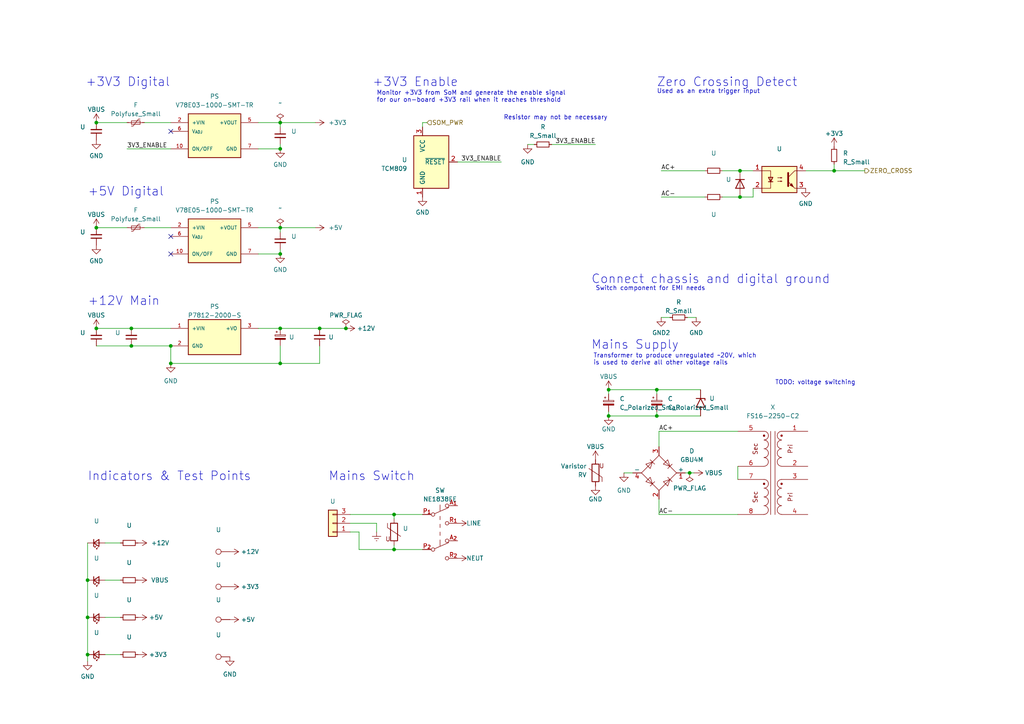
<source format=kicad_sch>
(kicad_sch (version 20220404) (generator eeschema)
  (paper "A4")
  (title_block (title "Power") (date "2022-04-25") (rev "3"))
  (lib_symbols
    (symbol "Connector:TestPoint" (pin_numbers hide) (pin_names (offset 0.762) hide)
      (property "Reference" "TP" (at 0 6.858 0))
      (property "Value" "TestPoint" (at 0 5.08 0))
      (symbol "TestPoint_0_1"
        (circle (center 0 3.302) (radius 0.762))
      )
      (symbol "TestPoint_1_1"
        (pin passive line (at 0 0 90) (length 2.54) (name "1") (number "1"))
      )
    )
    (symbol "Connector_Generic:Conn_01x03" (pin_names (offset 1.016) hide)
      (property "Reference" "J" (at 0 5.08 0))
      (property "Value" "Conn_01x03" (at 0 -5.08 0))
      (symbol "Conn_01x03_1_1"
        (rectangle (start -1.27 -2.413) (end 0 -2.667) (stroke (width 0.1524)))
        (rectangle (start -1.27 0.127) (end 0 -0.127) (stroke (width 0.1524)))
        (rectangle (start -1.27 2.667) (end 0 2.413) (stroke (width 0.1524)))
        (rectangle (start -1.27 3.81) (end 1.27 -3.81) (stroke (width 0.254)) (fill (type background)))
        (pin passive line (at -5.08 2.54 0) (length 3.81) (name "Pin_1") (number "1"))
        (pin passive line (at -5.08 0 0) (length 3.81) (name "Pin_2") (number "2"))
        (pin passive line (at -5.08 -2.54 0) (length 3.81) (name "Pin_3") (number "3"))
      )
    )
    (symbol "Device:C_Polarized_Small" (pin_numbers hide) (pin_names (offset 0.254) hide)
      (property "Reference" "C" (at 0.254 1.778 0))
      (property "Value" "C_Polarized_Small" (at 0.254 -2.032 0))
      (symbol "C_Polarized_Small_0_1"
        (rectangle (start -1.524 -0.3048) (end 1.524 -0.6858) (fill (type outline)))
        (rectangle (start -1.524 0.6858) (end 1.524 0.3048))
        (polyline (pts (xy -1.27 1.524) (xy -0.762 1.524)))
        (polyline (pts (xy -1.016 1.27) (xy -1.016 1.778)))
      )
      (symbol "C_Polarized_Small_1_1"
        (pin passive line (at 0 2.54 270) (length 1.8542) (name "~") (number "1"))
        (pin passive line (at 0 -2.54 90) (length 1.8542) (name "~") (number "2"))
      )
    )
    (symbol "Device:C_Small" (pin_numbers hide) (pin_names (offset 0.254) hide)
      (property "Reference" "C" (at 0.254 1.778 0))
      (property "Value" "C_Small" (at 0.254 -2.032 0))
      (symbol "C_Small_0_1"
        (polyline (pts (xy -1.524 -0.508) (xy 1.524 -0.508)) (stroke (width 0.3302)))
        (polyline (pts (xy -1.524 0.508) (xy 1.524 0.508)) (stroke (width 0.3048)))
      )
      (symbol "C_Small_1_1"
        (pin passive line (at 0 2.54 270) (length 2.032) (name "~") (number "1"))
        (pin passive line (at 0 -2.54 90) (length 2.032) (name "~") (number "2"))
      )
    )
    (symbol "Device:LED_Small" (pin_numbers hide) (pin_names (offset 0.254) hide)
      (property "Reference" "D" (at -1.27 3.175 0))
      (property "Value" "LED_Small" (at -4.445 -2.54 0))
      (symbol "LED_Small_0_1"
        (polyline (pts (xy -0.762 -1.016) (xy -0.762 1.016)) (stroke (width 0.254)))
        (polyline (pts (xy 1.016 0) (xy -0.762 0)))
        (polyline (pts (xy 0.762 -1.016) (xy -0.762 0) (xy 0.762 1.016) (xy 0.762 -1.016)) (stroke (width 0.254)))
        (polyline (pts (xy 0 0.762) (xy -0.508 1.27) (xy -0.254 1.27) (xy -0.508 1.27) (xy -0.508 1.016)))
        (polyline (pts (xy 0.508 1.27) (xy 0 1.778) (xy 0.254 1.778) (xy 0 1.778) (xy 0 1.524)))
      )
      (symbol "LED_Small_1_1"
        (pin passive line (at -2.54 0 0) (length 1.778) (name "K") (number "1"))
        (pin passive line (at 2.54 0 180) (length 1.778) (name "A") (number "2"))
      )
    )
    (symbol "Device:Polyfuse_Small" (pin_numbers hide) (pin_names (offset 0))
      (property "Reference" "F" (at -1.905 0 90))
      (property "Value" "Polyfuse_Small" (at 1.905 0 90))
      (symbol "Polyfuse_Small_0_1"
        (rectangle (start -0.508 1.27) (end 0.508 -1.27))
        (polyline (pts (xy 0 2.54) (xy 0 -2.54)))
        (polyline (pts (xy -1.016 1.27) (xy -1.016 0.762) (xy 1.016 -0.762) (xy 1.016 -1.27)))
      )
      (symbol "Polyfuse_Small_1_1"
        (pin passive line (at 0 2.54 270) (length 0.635) (name "~") (number "1"))
        (pin passive line (at 0 -2.54 90) (length 0.635) (name "~") (number "2"))
      )
    )
    (symbol "Device:R_Small" (pin_numbers hide) (pin_names (offset 0.254) hide)
      (property "Reference" "R" (at 0.762 0.508 0))
      (property "Value" "R_Small" (at 0.762 -1.016 0))
      (symbol "R_Small_0_1"
        (rectangle (start -0.762 1.778) (end 0.762 -1.778) (stroke (width 0.2032)))
      )
      (symbol "R_Small_1_1"
        (pin passive line (at 0 2.54 270) (length 0.762) (name "~") (number "1"))
        (pin passive line (at 0 -2.54 90) (length 0.762) (name "~") (number "2"))
      )
    )
    (symbol "Device:Varistor" (pin_numbers hide) (pin_names (offset 0))
      (property "Reference" "RV" (at 3.175 0 90))
      (property "Value" "Varistor" (at -3.175 0 90))
      (symbol "Varistor_0_0"
        (text "U" (at -1.778 -2.032 0) (effects (font (size 1.27 1.27))))
      )
      (symbol "Varistor_0_1"
        (rectangle (start -1.016 -2.54) (end 1.016 2.54) (stroke (width 0.254)))
        (polyline (pts (xy -1.905 2.54) (xy -1.905 1.27) (xy 1.905 -1.27)))
      )
      (symbol "Varistor_1_1"
        (pin passive line (at 0 3.81 270) (length 1.27) (name "~") (number "1"))
        (pin passive line (at 0 -3.81 90) (length 1.27) (name "~") (number "2"))
      )
    )
    (symbol "Diode:1N4148W" (pin_numbers hide) (pin_names (offset 1.016) hide)
      (property "Reference" "D" (at 0 2.54 0))
      (property "Value" "1N4148W" (at 0 -2.54 0))
      (symbol "1N4148W_0_1"
        (polyline (pts (xy -1.27 1.27) (xy -1.27 -1.27)) (stroke (width 0.254)))
        (polyline (pts (xy 1.27 0) (xy -1.27 0)))
        (polyline (pts (xy 1.27 1.27) (xy 1.27 -1.27) (xy -1.27 0) (xy 1.27 1.27)) (stroke (width 0.254)))
      )
      (symbol "1N4148W_1_1"
        (pin passive line (at -3.81 0 0) (length 2.54) (name "K") (number "1"))
        (pin passive line (at 3.81 0 180) (length 2.54) (name "A") (number "2"))
      )
    )
    (symbol "Diode:SM6T22A" (pin_numbers hide) (pin_names (offset 1.016) hide)
      (property "Reference" "D" (at 0 2.54 0))
      (property "Value" "SM6T22A" (at 0 -2.54 0))
      (symbol "SM6T22A_0_1"
        (polyline (pts (xy -0.762 1.27) (xy -1.27 1.27) (xy -1.27 -1.27)) (stroke (width 0.254)))
        (polyline (pts (xy 1.27 1.27) (xy 1.27 -1.27) (xy -1.27 0) (xy 1.27 1.27)) (stroke (width 0.254)))
      )
      (symbol "SM6T22A_1_1"
        (pin passive line (at -3.81 0 0) (length 2.54) (name "A1") (number "1"))
        (pin passive line (at 3.81 0 180) (length 2.54) (name "A2") (number "2"))
      )
    )
    (symbol "Diode_Bridge:GBU4M" (pin_names (offset 0))
      (property "Reference" "D" (at 2.54 6.985 0))
      (property "Value" "GBU4M" (at 2.54 5.08 0))
      (symbol "GBU4M_0_1"
        (polyline (pts (xy -2.54 3.81) (xy -1.27 2.54)))
        (polyline (pts (xy -1.27 -2.54) (xy -2.54 -3.81)))
        (polyline (pts (xy 2.54 -1.27) (xy 3.81 -2.54)))
        (polyline (pts (xy 2.54 1.27) (xy 3.81 2.54)))
        (polyline (pts (xy -3.81 2.54) (xy -2.54 1.27) (xy -1.905 3.175) (xy -3.81 2.54)))
        (polyline (pts (xy -2.54 -1.27) (xy -3.81 -2.54) (xy -1.905 -3.175) (xy -2.54 -1.27)))
        (polyline (pts (xy 1.27 2.54) (xy 2.54 3.81) (xy 3.175 1.905) (xy 1.27 2.54)))
        (polyline (pts (xy 3.175 -1.905) (xy 1.27 -2.54) (xy 2.54 -3.81) (xy 3.175 -1.905)))
        (polyline (pts (xy -5.08 0) (xy 0 -5.08) (xy 5.08 0) (xy 0 5.08) (xy -5.08 0)))
      )
      (symbol "GBU4M_1_1"
        (pin passive line (at 7.62 0 180) (length 2.54) (name "+") (number "1"))
        (pin passive line (at 0 -7.62 90) (length 2.54) (name "~") (number "2"))
        (pin passive line (at 0 7.62 270) (length 2.54) (name "~") (number "3"))
        (pin passive line (at -7.62 0 0) (length 2.54) (name "-") (number "4"))
      )
    )
    (symbol "Isolator:FODM217B"
      (property "Reference" "U" (at -5.08 5.08 0))
      (property "Value" "FODM217B" (at 0 5.08 0))
      (symbol "FODM217B_0_1"
        (rectangle (start -5.08 3.81) (end 5.08 -3.81) (stroke (width 0.254)) (fill (type background)))
        (polyline (pts (xy -3.175 -0.635) (xy -1.905 -0.635)) (stroke (width 0.254)))
        (polyline (pts (xy 2.54 0.635) (xy 4.445 2.54)))
        (polyline (pts (xy 4.445 -2.54) (xy 2.54 -0.635)) (fill (type outline)))
        (polyline (pts (xy 4.445 -2.54) (xy 5.08 -2.54)))
        (polyline (pts (xy 4.445 2.54) (xy 5.08 2.54)))
        (polyline (pts (xy -5.08 2.54) (xy -2.54 2.54) (xy -2.54 -0.635)))
        (polyline (pts (xy -2.54 -0.635) (xy -2.54 -2.54) (xy -5.08 -2.54)))
        (polyline (pts (xy 2.54 1.905) (xy 2.54 -1.905) (xy 2.54 -1.905)) (stroke (width 0.508)))
        (polyline (pts (xy -2.54 -0.635) (xy -3.175 0.635) (xy -1.905 0.635) (xy -2.54 -0.635)) (stroke (width 0.254)))
        (polyline (pts (xy -0.508 -0.508) (xy 0.762 -0.508) (xy 0.381 -0.635) (xy 0.381 -0.381) (xy 0.762 -0.508)))
        (polyline (pts (xy -0.508 0.508) (xy 0.762 0.508) (xy 0.381 0.381) (xy 0.381 0.635) (xy 0.762 0.508)))
        (polyline (pts (xy 3.048 -1.651) (xy 3.556 -1.143) (xy 4.064 -2.159) (xy 3.048 -1.651) (xy 3.048 -1.651)) (fill (type outline)))
      )
      (symbol "FODM217B_1_1"
        (pin passive line (at -7.62 2.54 0) (length 2.54) (name "~") (number "1"))
        (pin passive line (at -7.62 -2.54 0) (length 2.54) (name "~") (number "2"))
        (pin passive line (at 7.62 -2.54 180) (length 2.54) (name "~") (number "3"))
        (pin passive line (at 7.62 2.54 180) (length 2.54) (name "~") (number "4"))
      )
    )
    (symbol "Power_Supervisor:TCM809" (pin_names (offset 1.016))
      (property "Reference" "U" (at 0 8.89 0))
      (property "Value" "TCM809" (at -1.27 -8.89 0))
      (symbol "TCM809_1_1"
        (rectangle (start -5.08 7.62) (end 5.08 -7.62) (stroke (width 0.254)) (fill (type background)))
        (pin power_in line (at -2.54 -10.16 90) (length 2.54) (name "GND") (number "1"))
        (pin output line (at 7.62 0 180) (length 2.54) (name "~{RESET}") (number "2"))
        (pin power_in line (at -2.54 10.16 270) (length 2.54) (name "VCC") (number "3"))
      )
    )
    (symbol "power:+12V" (power) (pin_names (offset 0))
      (property "Value" "+12V" (at 0 3.556 0))
      (symbol "+12V_0_1"
        (polyline (pts (xy -0.762 1.27) (xy 0 2.54)))
        (polyline (pts (xy 0 0) (xy 0 2.54)))
        (polyline (pts (xy 0 2.54) (xy 0.762 1.27)))
      )
      (symbol "+12V_1_1"
        (pin power_in line (at 0 0 90) (length 0) hide (name "+12V") (number "1"))
      )
    )
    (symbol "power:+3V3" (power) (pin_names (offset 0))
      (property "Value" "+3V3" (at 0 3.556 0))
      (symbol "+3V3_0_1"
        (polyline (pts (xy -0.762 1.27) (xy 0 2.54)))
        (polyline (pts (xy 0 0) (xy 0 2.54)))
        (polyline (pts (xy 0 2.54) (xy 0.762 1.27)))
      )
      (symbol "+3V3_1_1"
        (pin power_in line (at 0 0 90) (length 0) hide (name "+3V3") (number "1"))
      )
    )
    (symbol "power:+5V" (power) (pin_names (offset 0))
      (property "Value" "+5V" (at 0 3.556 0))
      (symbol "+5V_0_1"
        (polyline (pts (xy -0.762 1.27) (xy 0 2.54)))
        (polyline (pts (xy 0 0) (xy 0 2.54)))
        (polyline (pts (xy 0 2.54) (xy 0.762 1.27)))
      )
      (symbol "+5V_1_1"
        (pin power_in line (at 0 0 90) (length 0) hide (name "+5V") (number "1"))
      )
    )
    (symbol "power:Earth" (power) (pin_names (offset 0))
      (symbol "Earth_0_1"
        (polyline (pts (xy -0.635 -1.905) (xy 0.635 -1.905)))
        (polyline (pts (xy -0.127 -2.54) (xy 0.127 -2.54)))
        (polyline (pts (xy 0 -1.27) (xy 0 0)))
        (polyline (pts (xy 1.27 -1.27) (xy -1.27 -1.27)))
      )
      (symbol "Earth_1_1"
        (pin power_in line (at 0 0 270) (length 0) hide (name "Earth") (number "1"))
      )
    )
    (symbol "power:GND" (power) (pin_names (offset 0))
      (property "Value" "GND" (at 0 -3.81 0))
      (symbol "GND_0_1"
        (polyline (pts (xy 0 0) (xy 0 -1.27) (xy 1.27 -1.27) (xy 0 -2.54) (xy -1.27 -1.27) (xy 0 -1.27)))
      )
      (symbol "GND_1_1"
        (pin power_in line (at 0 0 270) (length 0) hide (name "GND") (number "1"))
      )
    )
    (symbol "power:GND2" (power) (pin_names (offset 0))
      (property "Value" "GND2" (at 0 -3.81 0))
      (symbol "GND2_0_1"
        (polyline (pts (xy 0 0) (xy 0 -1.27) (xy 1.27 -1.27) (xy 0 -2.54) (xy -1.27 -1.27) (xy 0 -1.27)))
      )
      (symbol "GND2_1_1"
        (pin power_in line (at 0 0 270) (length 0) hide (name "GND2") (number "1"))
      )
    )
    (symbol "power:LINE" (power) (pin_names (offset 0))
      (property "Value" "LINE" (at 0 3.81 0))
      (symbol "LINE_0_1"
        (polyline (pts (xy -0.762 1.27) (xy 0 2.54)))
        (polyline (pts (xy 0 0) (xy 0 2.54)))
        (polyline (pts (xy 0 2.54) (xy 0.762 1.27)))
      )
      (symbol "LINE_1_1"
        (pin power_in line (at 0 0 90) (length 0) hide (name "LINE") (number "1"))
      )
    )
    (symbol "power:NEUT" (power) (pin_names (offset 0))
      (property "Value" "NEUT" (at 0 3.81 0))
      (symbol "NEUT_0_1"
        (polyline (pts (xy -0.762 1.27) (xy 0 2.54)))
        (polyline (pts (xy 0 0) (xy 0 2.54)))
        (polyline (pts (xy 0 2.54) (xy 0.762 1.27)))
      )
      (symbol "NEUT_1_1"
        (pin power_in line (at 0 0 90) (length 0) hide (name "NEUT") (number "1"))
      )
    )
    (symbol "power:PWR_FLAG" (power) (pin_numbers hide) (pin_names (offset 0) hide)
      (property "Value" "PWR_FLAG" (at 0 3.81 0))
      (symbol "PWR_FLAG_0_0"
        (pin power_out line (at 0 0 90) (length 0) (name "pwr") (number "1"))
      )
      (symbol "PWR_FLAG_0_1"
        (polyline (pts (xy 0 0) (xy 0 1.27) (xy -1.016 1.905) (xy 0 2.54) (xy 1.016 1.905) (xy 0 1.27)))
      )
    )
    (symbol "power:VBUS" (power) (pin_names (offset 0))
      (property "Value" "VBUS" (at 0 3.81 0))
      (symbol "VBUS_0_1"
        (polyline (pts (xy -0.762 1.27) (xy 0 2.54)))
        (polyline (pts (xy 0 0) (xy 0 2.54)))
        (polyline (pts (xy 0 2.54) (xy 0.762 1.27)))
      )
      (symbol "VBUS_1_1"
        (pin power_in line (at 0 0 90) (length 0) hide (name "VBUS") (number "1"))
      )
    )
    (symbol "programmable-load:FS20-1800-C2"
      (property "Reference" "X" (at 0 3.81 0))
      (property "Value" "FS20-1800-C2" (at 0 1.27 0))
      (symbol "FS20-1800-C2_0_0"
        (text "Pri" (at -5.08 -22.86 900) (effects (font (size 1.27 1.27))))
        (text "Pri" (at -5.08 -8.89 900) (effects (font (size 1.27 1.27))))
        (text "Sec" (at 5.08 -22.86 900) (effects (font (size 1.27 1.27))))
        (text "Sec" (at 5.08 -8.89 900) (effects (font (size 1.27 1.27))))
      )
      (symbol "FS20-1800-C2_0_1"
        (arc (start -2.54 -27.9146) (mid -1.6561 -27.5463) (end -1.27 -26.67))
        (arc (start -2.54 -25.3746) (mid -1.6561 -25.0063) (end -1.27 -24.13))
        (arc (start -2.54 -22.8346) (mid -1.6561 -22.4663) (end -1.27 -21.59))
        (arc (start -2.54 -20.2946) (mid -1.6561 -19.9263) (end -1.27 -19.05))
        (circle (center -2.54 -19.05) (radius 0.254) (fill (type outline)))
        (arc (start -2.54 -13.9446) (mid -1.6561 -13.5763) (end -1.27 -12.7))
        (arc (start -2.54 -11.4046) (mid -1.6561 -11.0363) (end -1.27 -10.16))
        (arc (start -2.54 -8.8646) (mid -1.6561 -8.4963) (end -1.27 -7.62))
        (arc (start -2.54 -6.3246) (mid -1.6561 -5.9563) (end -1.27 -5.08))
        (circle (center -2.54 -5.08) (radius 0.254) (fill (type outline)))
        (arc (start -1.27 -26.67) (mid -1.642 -25.772) (end -2.54 -25.4))
        (arc (start -1.27 -24.13) (mid -1.642 -23.232) (end -2.54 -22.86))
        (arc (start -1.27 -21.59) (mid -1.642 -20.692) (end -2.54 -20.32))
        (arc (start -1.27 -19.05) (mid -1.642 -18.152) (end -2.54 -17.78))
        (arc (start -1.27 -12.7) (mid -1.642 -11.802) (end -2.54 -11.43))
        (arc (start -1.27 -10.16) (mid -1.642 -9.262) (end -2.54 -8.89))
        (arc (start -1.27 -7.62) (mid -1.642 -6.722) (end -2.54 -6.35))
        (arc (start -1.27 -5.08) (mid -1.642 -4.182) (end -2.54 -3.81))
        (polyline (pts (xy -0.635 -3.81) (xy -0.635 -27.9654)))
        (polyline (pts (xy 0.635 -27.9654) (xy 0.635 -3.81)))
        (arc (start 1.2954 -24.13) (mid 1.6599 -25.0101) (end 2.54 -25.3746))
        (arc (start 1.2954 -21.59) (mid 1.6599 -22.4701) (end 2.54 -22.8346))
        (arc (start 1.2954 -19.05) (mid 1.6599 -19.9301) (end 2.54 -20.2946))
        (arc (start 1.2954 -10.16) (mid 1.6599 -11.0401) (end 2.54 -11.4046))
        (arc (start 1.2954 -7.62) (mid 1.6599 -8.5001) (end 2.54 -8.8646))
        (arc (start 1.2954 -5.08) (mid 1.6599 -5.9601) (end 2.54 -6.3246))
        (arc (start 1.3208 -26.67) (mid 1.6855 -27.5499) (end 2.5654 -27.9146))
        (arc (start 1.3208 -12.7) (mid 1.6854 -13.5799) (end 2.5654 -13.9446))
        (arc (start 2.54 -22.86) (mid 1.6458 -23.2285) (end 1.2954 -24.13))
        (arc (start 2.54 -20.32) (mid 1.6458 -20.6885) (end 1.2954 -21.59))
        (circle (center 2.54 -19.05) (radius 0.254) (fill (type outline)))
        (arc (start 2.54 -17.78) (mid 1.6458 -18.1485) (end 1.2954 -19.05))
        (arc (start 2.54 -8.89) (mid 1.6458 -9.2585) (end 1.2954 -10.16))
        (arc (start 2.54 -6.35) (mid 1.6458 -6.7185) (end 1.2954 -7.62))
        (circle (center 2.54 -5.08) (radius 0.254) (fill (type outline)))
        (arc (start 2.54 -3.81) (mid 1.6458 -4.1785) (end 1.2954 -5.08))
        (arc (start 2.5654 -25.4) (mid 1.6709 -25.7683) (end 1.3208 -26.67))
        (arc (start 2.5654 -11.43) (mid 1.6709 -11.7983) (end 1.3208 -12.7))
      )
      (symbol "FS20-1800-C2_1_1"
        (pin passive line (at -10.16 -3.81 0) (length 7.62) (name "") (number "1"))
        (pin passive line (at -10.16 -13.97 0) (length 7.62) (name "") (number "2"))
        (pin passive line (at -10.16 -17.78 0) (length 7.62) (name "") (number "3"))
        (pin passive line (at -10.16 -27.94 0) (length 7.62) (name "") (number "4"))
        (pin passive line (at 10.16 -3.81 180) (length 7.62) (name "") (number "5"))
        (pin passive line (at 10.16 -13.97 180) (length 7.62) (name "") (number "6"))
        (pin passive line (at 10.16 -17.78 180) (length 7.62) (name "") (number "7"))
        (pin passive line (at 10.16 -27.94 180) (length 7.62) (name "") (number "8"))
      )
    )
    (symbol "programmable-load:NE1838EE" (pin_names (offset 0) hide)
      (property "Reference" "SW" (at 0 8.89 0))
      (property "Value" "NE1838EE" (at 0 -10.16 0))
      (symbol "NE1838EE_0_0"
        (circle (center -2.032 -5.08) (radius 0.508))
        (circle (center -2.032 5.08) (radius 0.508))
        (circle (center 2.032 -7.62) (radius 0.508))
        (circle (center 2.032 2.54) (radius 0.508))
      )
      (symbol "NE1838EE_0_1"
        (polyline (pts (xy -1.524 -4.826) (xy 2.54 -3.048)))
        (polyline (pts (xy -1.524 5.334) (xy 2.54 7.112)))
        (polyline (pts (xy 0 -2.286) (xy 0 -4.064)))
        (polyline (pts (xy 0 -1.016) (xy 0 0)))
        (polyline (pts (xy 0 1.27) (xy 0 2.286)))
        (polyline (pts (xy 0 3.556) (xy 0 4.572)))
        (polyline (pts (xy 0 7.874) (xy 0 6.096)))
        (circle (center 2.032 -2.54) (radius 0.508))
        (circle (center 2.032 7.62) (radius 0.508))
      )
      (symbol "NE1838EE_1_1"
        (pin passive line (at 5.08 7.62 180) (length 2.54) (name "A") (number "A_{1}"))
        (pin passive line (at 5.08 -2.54 180) (length 2.54) (name "A") (number "A_{2}"))
        (pin passive line (at -5.08 5.08 0) (length 2.54) (name "B") (number "P_{1}"))
        (pin passive line (at -5.08 -5.08 0) (length 2.54) (name "B") (number "P_{2}"))
        (pin passive line (at 5.08 2.54 180) (length 2.54) (name "C") (number "R_{1}"))
        (pin passive line (at 5.08 -7.62 180) (length 2.54) (name "C") (number "R_{2}"))
      )
    )
    (symbol "programmable-load:P7812-2000-S" (pin_names (offset 1.016))
      (property "Reference" "PS" (at 0 8.89 0))
      (property "Value" "P7812-2000-S" (at 0 6.35 0))
      (symbol "P7812-2000-S_0_0"
        (rectangle (start -7.62 5.08) (end 7.62 -5.08) (stroke (width 0.254)) (fill (type background)))
        (pin input line (at -12.7 2.54 0) (length 5.08) (name "+VIN") (number "1"))
        (pin power_in line (at -12.7 -2.54 0) (length 5.08) (name "GND") (number "2"))
        (pin output line (at 12.7 2.54 180) (length 5.08) (name "+VO") (number "3"))
      )
    )
    (symbol "programmable-load:V78E03-1000-SMT-TR" (pin_names (offset 1.016))
      (property "Reference" "PS" (at 0 3.81 0))
      (property "Value" "V78E03-1000-SMT-TR" (at 0 1.27 0))
      (symbol "V78E03-1000-SMT-TR_0_0"
        (rectangle (start -7.62 0) (end 7.62 -12.7) (stroke (width 0.254)) (fill (type background)))
        (pin input line (at -12.7 -2.54 0) (length 5.08) hide (name "+VIN") (number "1"))
        (pin input line (at -12.7 -10.16 0) (length 5.08) (name "ON/OFF") (number "10"))
        (pin input line (at -12.7 -2.54 0) (length 5.08) (name "+VIN") (number "2"))
        (pin power_in line (at 12.7 -10.16 180) (length 5.08) hide (name "GND") (number "3"))
        (pin output line (at 12.7 -2.54 180) (length 5.08) hide (name "+VOUT") (number "4"))
        (pin output line (at 12.7 -2.54 180) (length 5.08) (name "+VOUT") (number "5"))
        (pin input line (at -12.7 -5.08 0) (length 5.08) (name "V_{ADJ}") (number "6"))
        (pin power_in line (at 12.7 -10.16 180) (length 5.08) (name "GND") (number "7"))
      )
    )
    (symbol "programmable-load:V78E05-1000-SMT-TR" (pin_names (offset 1.016))
      (property "Reference" "PS" (at 0 3.81 0))
      (property "Value" "V78E05-1000-SMT-TR" (at 0 1.27 0))
      (symbol "V78E05-1000-SMT-TR_0_0"
        (rectangle (start -7.62 0) (end 7.62 -12.7) (stroke (width 0.254)) (fill (type background)))
        (pin input line (at -12.7 -2.54 0) (length 5.08) hide (name "+VIN") (number "1"))
        (pin input line (at -12.7 -10.16 0) (length 5.08) (name "ON/OFF") (number "10"))
        (pin input line (at -12.7 -2.54 0) (length 5.08) (name "+VIN") (number "2"))
        (pin power_in line (at 12.7 -10.16 180) (length 5.08) hide (name "GND") (number "3"))
        (pin output line (at 12.7 -2.54 180) (length 5.08) hide (name "+VOUT") (number "4"))
        (pin output line (at 12.7 -2.54 180) (length 5.08) (name "+VOUT") (number "5"))
        (pin input line (at -12.7 -5.08 0) (length 5.08) (name "V_{ADJ}") (number "6"))
        (pin power_in line (at 12.7 -10.16 180) (length 5.08) (name "GND") (number "7"))
      )
    )
  )
  (junction (at 49.53 100.33))
  (junction (at 25.4 189.865))
  (junction (at 81.28 66.04))
  (junction (at 114.3 159.385))
  (junction (at 38.1 95.25))
  (junction (at 114.3 149.225))
  (junction (at 27.94 95.25))
  (junction (at 49.53 105.41))
  (junction (at 81.28 105.41))
  (junction (at 190.5 113.03))
  (junction (at 25.4 168.275))
  (junction (at 200.025 137.16))
  (junction (at 25.4 179.07))
  (junction (at 190.5 120.65))
  (junction (at 100.33 95.25))
  (junction (at 81.28 43.18))
  (junction (at 27.94 66.04))
  (junction (at 38.1 100.33))
  (junction (at 176.53 113.03))
  (junction (at 176.53 120.65))
  (junction (at 92.71 95.25))
  (junction (at 81.28 95.25))
  (junction (at 81.28 73.66))
  (junction (at 81.28 35.56))
  (junction (at 27.94 35.56))
  (junction (at 241.935 49.53))
  (junction (at 214.63 57.15))
  (junction (at 214.63 49.53))
  (no_connect (at 49.53 73.66))
  (no_connect (at 49.53 68.58))
  (no_connect (at 49.53 38.1))
  (wire (pts (xy 213.995 125.095) (xy 191.135 125.095)))
  (wire (pts (xy 81.28 66.04) (xy 91.44 66.04)))
  (wire (pts (xy 114.3 159.385) (xy 104.14 159.385)))
  (wire (pts (xy 81.28 105.41) (xy 49.53 105.41)))
  (wire (pts (xy 27.94 66.04) (xy 36.83 66.04)))
  (wire (pts (xy 92.71 105.41) (xy 92.71 100.33)))
  (wire (pts (xy 172.72 41.91) (xy 160.02 41.91)))
  (wire (pts (xy 81.28 41.91) (xy 81.28 43.18)))
  (wire (pts (xy 180.975 137.16) (xy 183.515 137.16)))
  (wire (pts (xy 101.6 151.765) (xy 109.22 151.765)))
  (wire (pts (xy 104.14 154.305) (xy 101.6 154.305)))
  (wire (pts (xy 176.53 113.03) (xy 190.5 113.03)))
  (wire (pts (xy 241.935 49.53) (xy 250.825 49.53)))
  (wire (pts (xy 218.44 57.15) (xy 218.44 54.61)))
  (wire (pts (xy 191.77 92.075) (xy 194.31 92.075)))
  (wire (pts (xy 81.28 100.33) (xy 81.28 105.41)))
  (wire (pts (xy 114.3 149.225) (xy 114.3 150.495)))
  (wire (pts (xy 214.63 57.15) (xy 218.44 57.15)))
  (wire (pts (xy 27.94 95.25) (xy 38.1 95.25)))
  (wire (pts (xy 145.415 46.99) (xy 132.715 46.99)))
  (wire (pts (xy 27.94 100.33) (xy 38.1 100.33)))
  (wire (pts (xy 153.035 41.91) (xy 154.94 41.91)))
  (wire (pts (xy 30.48 179.07) (xy 34.925 179.07)))
  (wire (pts (xy 41.91 66.04) (xy 49.53 66.04)))
  (wire (pts (xy 30.48 157.48) (xy 34.925 157.48)))
  (wire (pts (xy 190.5 119.38) (xy 190.5 120.65)))
  (wire (pts (xy 109.22 151.765) (xy 109.22 154.305)))
  (wire (pts (xy 209.55 49.53) (xy 214.63 49.53)))
  (wire (pts (xy 190.5 113.03) (xy 190.5 114.3)))
  (wire (pts (xy 200.025 137.16) (xy 201.295 137.16)))
  (wire (pts (xy 27.94 35.56) (xy 36.83 35.56)))
  (wire (pts (xy 81.28 72.39) (xy 81.28 73.66)))
  (wire (pts (xy 30.48 168.275) (xy 34.925 168.275)))
  (wire (pts (xy 122.555 159.385) (xy 114.3 159.385)))
  (wire (pts (xy 233.68 49.53) (xy 241.935 49.53)))
  (wire (pts (xy 74.93 73.66) (xy 81.28 73.66)))
  (wire (pts (xy 74.93 43.18) (xy 81.28 43.18)))
  (wire (pts (xy 41.91 35.56) (xy 49.53 35.56)))
  (wire (pts (xy 74.93 95.25) (xy 81.28 95.25)))
  (wire (pts (xy 213.995 135.255) (xy 213.995 139.065)))
  (wire (pts (xy 198.755 137.16) (xy 200.025 137.16)))
  (wire (pts (xy 81.28 35.56) (xy 81.28 36.83)))
  (wire (pts (xy 36.83 43.18) (xy 49.53 43.18)))
  (wire (pts (xy 190.5 113.03) (xy 203.2 113.03)))
  (wire (pts (xy 218.44 49.53) (xy 214.63 49.53)))
  (wire (pts (xy 122.555 35.56) (xy 123.825 35.56)))
  (wire (pts (xy 74.93 66.04) (xy 81.28 66.04)))
  (wire (pts (xy 190.5 120.65) (xy 203.2 120.65)))
  (wire (pts (xy 191.135 125.095) (xy 191.135 129.54)))
  (wire (pts (xy 49.53 105.41) (xy 49.53 100.33)))
  (wire (pts (xy 191.135 149.225) (xy 191.135 144.78)))
  (wire (pts (xy 25.4 157.48) (xy 25.4 168.275)))
  (wire (pts (xy 176.53 120.65) (xy 190.5 120.65)))
  (wire (pts (xy 191.77 49.53) (xy 204.47 49.53)))
  (wire (pts (xy 122.555 35.56) (xy 122.555 36.83)))
  (wire (pts (xy 74.93 35.56) (xy 81.28 35.56)))
  (wire (pts (xy 199.39 92.075) (xy 201.93 92.075)))
  (wire (pts (xy 25.4 189.865) (xy 25.4 191.77)))
  (wire (pts (xy 25.4 179.07) (xy 25.4 189.865)))
  (wire (pts (xy 213.995 149.225) (xy 191.135 149.225)))
  (wire (pts (xy 114.3 159.385) (xy 114.3 158.115)))
  (wire (pts (xy 209.55 57.15) (xy 214.63 57.15)))
  (wire (pts (xy 104.14 159.385) (xy 104.14 154.305)))
  (wire (pts (xy 191.77 57.15) (xy 204.47 57.15)))
  (wire (pts (xy 241.935 47.625) (xy 241.935 49.53)))
  (wire (pts (xy 92.71 95.25) (xy 100.33 95.25)))
  (wire (pts (xy 176.53 114.3) (xy 176.53 113.03)))
  (wire (pts (xy 81.28 66.04) (xy 81.28 67.31)))
  (wire (pts (xy 25.4 168.275) (xy 25.4 179.07)))
  (wire (pts (xy 81.28 105.41) (xy 92.71 105.41)))
  (wire (pts (xy 122.555 149.225) (xy 114.3 149.225)))
  (wire (pts (xy 81.28 35.56) (xy 91.44 35.56)))
  (wire (pts (xy 38.1 95.25) (xy 49.53 95.25)))
  (wire (pts (xy 30.48 189.865) (xy 34.925 189.865)))
  (wire (pts (xy 176.53 119.38) (xy 176.53 120.65)))
  (wire (pts (xy 38.1 100.33) (xy 49.53 100.33)))
  (wire (pts (xy 81.28 95.25) (xy 92.71 95.25)))
  (wire (pts (xy 101.6 149.225) (xy 114.3 149.225)))
  (text "Transformer to produce unregulated ~20V, which\nis used to derive all other voltage rails" (at 172.085 106.045 0) (effects (font (size 1.27 1.27)) (justify left bottom)))
  (text "Used as an extra trigger input" (at 190.5 27.305 0) (effects (font (size 1.27 1.27)) (justify left bottom)))
  (text "Monitor +3V3 from SoM and generate the enable signal\nfor our on-board +3V3 rail when it reaches threshold" (at 109.22 29.845 0) (effects (font (size 1.27 1.27)) (justify left bottom)))
  (text "Mains Supply" (at 171.45 101.6 0) (effects (font (size 2.54 2.54)) (justify left bottom)))
  (text "Zero Crossing Detect" (at 190.5 25.4 0) (effects (font (size 2.54 2.54)) (justify left bottom)))
  (text "TODO: voltage switching" (at 224.79 111.76 0) (effects (font (size 1.27 1.27)) (justify left bottom)))
  (text "Indicators & Test Points" (at 25.4 139.7 0) (effects (font (size 2.54 2.54)) (justify left bottom)))
  (text "+3V3 Enable" (at 107.95 25.4 0) (effects (font (size 2.54 2.54)) (justify left bottom)))
  (text "+5V Digital" (at 25.4 57.15 0) (effects (font (size 2.54 2.54)) (justify left bottom)))
  (text "Switch component for EMI needs" (at 172.72 84.455 0) (effects (font (size 1.27 1.27)) (justify left bottom)))
  (text "+3V3 Digital" (at 24.765 25.4 0) (effects (font (size 2.54 2.54)) (justify left bottom)))
  (text "Resistor may not be necessary" (at 146.05 34.925 0) (effects (font (size 1.27 1.27)) (justify left bottom)))
  (text "+12V Main" (at 25.4 88.9 0) (effects (font (size 2.54 2.54)) (justify left bottom)))
  (text "Connect chassis and digital ground" (at 171.45 82.55 0) (effects (font (size 2.54 2.54)) (justify left bottom)))
  (text "Mains Switch" (at 95.25 139.7 0) (effects (font (size 2.54 2.54)) (justify left bottom)))
  (label "AC-" (at 191.135 149.225 0))
  (label "AC+" (at 191.135 125.095 0))
  (label "3V3_ENABLE" (at 172.72 41.91 0))
  (label "3V3_ENABLE" (at 36.83 43.18 0))
  (label "AC-" (at 191.77 57.15 0))
  (label "AC+" (at 191.77 49.53 0))
  (label "3V3_ENABLE" (at 145.415 46.99 0))
  (hierarchical_label "SOM_PWR" (shape input) (at 123.825 35.56 0))
  (hierarchical_label "ZERO_CROSS" (shape output) (at 250.825 49.53 0))
  (symbol (lib_id "Device:R_Small") (at 196.85 92.075 90) (unit 1) (in_bom no)
    (default_instance (reference "R") (unit 1) (value "R_Small") (footprint ""))
    (property "Reference" "R" (at 196.85 87.63 90))
    (property "Value" "R_Small" (at 196.85 90.17 90))
  )
  (symbol (lib_id "Device:LED_Small") (at 27.94 189.865 0) (mirror x) (unit 1)
    (default_instance (reference "U") (unit 1) (value "") (footprint ""))
    (property "Reference" "U" (at 28.0035 183.515 0))
    (property "MPN" "150080VS75000" (effects hide))
  )
  (symbol (lib_id "power:+5V") (at 40.005 179.07 270) (unit 1)
    (default_instance (reference "U") (unit 1) (value "") (footprint ""))
    (property "Reference" "U" (effects hide))
  )
  (symbol (lib_id "Device:C_Small") (at 92.71 97.79 180) (unit 1)
    (default_instance (reference "U") (unit 1) (value "") (footprint ""))
    (property "Reference" "U" (at 95.25 97.79 0) (effects (justify right)))
    (property "MPN" "GRM21BR61H106KE43K" (effects hide))
  )
  (symbol (lib_id "Device:R_Small") (at 37.465 189.865 270) (mirror x) (unit 1)
    (default_instance (reference "U") (unit 1) (value "") (footprint ""))
    (property "Reference" "U" (at 37.465 184.785 90))
  )
  (symbol (lib_id "power:PWR_FLAG") (at 100.33 95.25 0) (unit 1)
    (default_instance (reference "#FLG") (unit 1) (value "PWR_FLAG") (footprint ""))
    (property "Reference" "#FLG" (effects hide))
    (property "Value" "PWR_FLAG" (at 100.33 91.44 0))
  )
  (symbol (lib_id "power:GND") (at 172.72 140.97 0) (unit 1)
    (default_instance (reference "#PWR") (unit 1) (value "GND") (footprint ""))
    (property "Reference" "#PWR" (effects hide))
    (property "Value" "GND" (at 172.72 144.78 0))
  )
  (symbol (lib_id "power:GND") (at 180.975 137.16 0) (unit 1)
    (default_instance (reference "#PWR") (unit 1) (value "GND") (footprint ""))
    (property "Reference" "#PWR" (effects hide))
    (property "Value" "GND" (at 180.975 142.24 0))
  )
  (symbol (lib_id "Connector:TestPoint") (at 66.675 190.5 90) (mirror x) (unit 1)
    (default_instance (reference "U") (unit 1) (value "") (footprint ""))
    (property "Reference" "U" (at 63.373 184.15 90))
    (property "Color" "Black" (effects hide))
    (property "MPN" "5001" (effects hide))
  )
  (symbol (lib_id "programmable-load:V78E03-1000-SMT-TR") (at 62.23 33.02 0) (unit 1)
    (default_instance (reference "PS") (unit 1) (value "V78E03-1000-SMT-TR") (footprint "programmable-load:CONV_V78E03-1000-SMT-TR"))
    (property "Reference" "PS" (at 62.23 27.94 0))
    (property "Value" "V78E03-1000-SMT-TR" (at 62.23 30.48 0))
    (property "Footprint" "programmable-load:CONV_V78E03-1000-SMT-TR" (effects hide))
    (property "Datasheet" "https://www.cui.com/product/resource/v78e-1000-smt.pdf" (effects hide))
    (property "MPN" "V78E03-1000-SMT-TR" (effects hide))
  )
  (symbol (lib_id "power:GND") (at 176.53 120.65 0) (unit 1)
    (default_instance (reference "#PWR") (unit 1) (value "GND") (footprint ""))
    (property "Reference" "#PWR" (effects hide))
    (property "Value" "GND" (at 176.53 124.46 0))
  )
  (symbol (lib_id "power:VBUS") (at 27.94 66.04 0) (unit 1)
    (default_instance (reference "#PWR") (unit 1) (value "VBUS") (footprint ""))
    (property "Reference" "#PWR" (effects hide))
    (property "Value" "VBUS" (at 27.94 62.23 0))
  )
  (symbol (lib_id "Diode:SM6T22A") (at 203.2 116.84 270) (unit 1)
    (default_instance (reference "U") (unit 1) (value "") (footprint ""))
    (property "Reference" "U" (at 205.74 115.5699 90) (effects (justify left)))
    (property "Datasheet" "https://www.st.com/resource/en/datasheet/sm6t.pdf" (effects hide))
    (property "MPN" "824521241" (effects hide))
  )
  (symbol (lib_id "Device:R_Small") (at 37.465 168.275 270) (mirror x) (unit 1)
    (default_instance (reference "U") (unit 1) (value "") (footprint ""))
    (property "Reference" "U" (at 37.465 163.195 90))
  )
  (symbol (lib_id "Device:C_Small") (at 27.94 38.1 0) (mirror x) (unit 1)
    (default_instance (reference "U") (unit 1) (value "") (footprint ""))
    (property "Reference" "U" (at 24.765 36.83 0) (effects (justify right)))
    (property "MPN" "GRM21BR61H106KE43K" (effects hide))
  )
  (symbol (lib_id "power:+3V3") (at 91.44 35.56 270) (unit 1)
    (default_instance (reference "U") (unit 1) (value "") (footprint ""))
    (property "Reference" "U" (effects hide))
  )
  (symbol (lib_id "Power_Supervisor:TCM809") (at 125.095 46.99 0) (unit 1)
    (default_instance (reference "U") (unit 1) (value "TCM809") (footprint ""))
    (property "Reference" "U" (at 118.11 46.355 0) (effects (justify right)))
    (property "Value" "TCM809" (at 118.11 48.895 0) (effects (justify right)))
    (property "Datasheet" "http://ww1.microchip.com/downloads/en/DeviceDoc/21661E.pdf" (effects hide))
    (property "MPN" "TCM809TVNB713" (effects hide))
  )
  (symbol (lib_id "power:+12V") (at 66.675 160.02 270) (unit 1)
    (default_instance (reference "U") (unit 1) (value "") (footprint ""))
    (property "Reference" "U" (effects hide))
  )
  (symbol (lib_id "programmable-load:V78E05-1000-SMT-TR") (at 62.23 63.5 0) (unit 1)
    (default_instance (reference "PS") (unit 1) (value "V78E05-1000-SMT-TR") (footprint "programmable-load:CONV_V78E03-1000-SMT-TR"))
    (property "Reference" "PS" (at 62.23 58.42 0))
    (property "Value" "V78E05-1000-SMT-TR" (at 62.23 60.96 0))
    (property "Footprint" "programmable-load:CONV_V78E03-1000-SMT-TR" (effects hide))
    (property "Datasheet" "https://www.cui.com/product/resource/v78e-1000-smt.pdf" (effects hide))
    (property "MPN" "V78E05-1000-SMT-TR" (effects hide))
  )
  (symbol (lib_id "Device:Polyfuse_Small") (at 39.37 66.04 90) (unit 1)
    (default_instance (reference "F") (unit 1) (value "Polyfuse_Small") (footprint ""))
    (property "Reference" "F" (at 39.37 60.96 90))
    (property "Value" "Polyfuse_Small" (at 39.37 63.5 90))
    (property "MPN" "0ZCG0030FF2C" (effects hide))
  )
  (symbol (lib_id "power:PWR_FLAG") (at 81.28 35.56 0) (unit 1)
    (default_instance (reference "U") (unit 1) (value "") (footprint ""))
    (property "Reference" "U" (effects hide))
  )
  (symbol (lib_id "Device:LED_Small") (at 27.94 179.07 0) (mirror x) (unit 1)
    (default_instance (reference "U") (unit 1) (value "") (footprint ""))
    (property "Reference" "U" (at 28.0035 172.72 0))
    (property "MPN" "150080VS75000" (effects hide))
  )
  (symbol (lib_id "power:+3V3") (at 66.675 170.18 270) (unit 1)
    (default_instance (reference "U") (unit 1) (value "") (footprint ""))
    (property "Reference" "U" (effects hide))
  )
  (symbol (lib_id "power:GND") (at 233.68 54.61 0) (unit 1)
    (default_instance (reference "#PWR") (unit 1) (value "GND") (footprint ""))
    (property "Reference" "#PWR" (effects hide))
    (property "Value" "GND" (at 233.68 59.055 0))
  )
  (symbol (lib_id "Device:R_Small") (at 157.48 41.91 90) (unit 1)
    (default_instance (reference "R") (unit 1) (value "R_Small") (footprint ""))
    (property "Reference" "R" (at 157.48 36.83 90))
    (property "Value" "R_Small" (at 157.48 39.37 90))
  )
  (symbol (lib_id "power:+12V") (at 100.33 95.25 270) (unit 1)
    (default_instance (reference "#PWR") (unit 1) (value "+12V") (footprint ""))
    (property "Reference" "#PWR" (effects hide))
    (property "Value" "+12V" (at 103.505 95.25 90) (effects (justify left)))
  )
  (symbol (lib_id "programmable-load:NE1838EE") (at 127.635 154.305 0) (unit 1)
    (default_instance (reference "SW") (unit 1) (value "NE1838EE") (footprint "programmable-load:NE1838EE"))
    (property "Reference" "SW" (at 127.635 142.24 0))
    (property "Value" "NE1838EE" (at 127.635 144.78 0))
    (property "Footprint" "programmable-load:NE1838EE" (effects hide))
  )
  (symbol (lib_id "Device:R_Small") (at 207.01 49.53 270) (mirror x) (unit 1)
    (default_instance (reference "U") (unit 1) (value "") (footprint ""))
    (property "Reference" "U" (at 207.01 44.45 90))
  )
  (symbol (lib_id "Device:LED_Small") (at 27.94 168.275 0) (mirror x) (unit 1)
    (default_instance (reference "U") (unit 1) (value "") (footprint ""))
    (property "Reference" "U" (at 28.0035 161.925 0))
    (property "MPN" "150080VS75000" (effects hide))
  )
  (symbol (lib_id "Device:LED_Small") (at 27.94 157.48 0) (mirror x) (unit 1)
    (default_instance (reference "U") (unit 1) (value "") (footprint ""))
    (property "Reference" "U" (at 28.0035 151.13 0))
    (property "MPN" "150080VS75000" (effects hide))
  )
  (symbol (lib_id "Diode_Bridge:GBU4M") (at 191.135 137.16 0) (unit 1)
    (default_instance (reference "D") (unit 1) (value "GBU4M") (footprint "Diode_THT:Diode_Bridge_Vishay_GBU"))
    (property "Reference" "D" (at 200.66 130.81 0))
    (property "Value" "GBU4M" (at 200.66 133.35 0))
    (property "Footprint" "Diode_THT:Diode_Bridge_Vishay_GBU" (effects hide))
    (property "Datasheet" "http://www.vishay.com/docs/88656/gbu4a.pdf" (effects hide))
    (property "MPN" "GBU4MP_T0_00101" (effects hide))
  )
  (symbol (lib_id "Device:C_Small") (at 27.94 68.58 0) (mirror x) (unit 1)
    (default_instance (reference "U") (unit 1) (value "") (footprint ""))
    (property "Reference" "U" (at 24.765 67.31 0) (effects (justify right)))
    (property "MPN" "GRM21BR61H106KE43K" (effects hide))
  )
  (symbol (lib_id "power:PWR_FLAG") (at 81.28 66.04 0) (unit 1)
    (default_instance (reference "U") (unit 1) (value "") (footprint ""))
    (property "Reference" "U" (effects hide))
  )
  (symbol (lib_id "Connector:TestPoint") (at 66.675 160.02 90) (mirror x) (unit 1)
    (default_instance (reference "U") (unit 1) (value "") (footprint ""))
    (property "Reference" "U" (at 63.373 153.67 90))
    (property "Color" "Red" (effects hide))
    (property "MPN" "5000" (effects hide))
  )
  (symbol (lib_id "Device:Polyfuse_Small") (at 39.37 35.56 90) (unit 1)
    (default_instance (reference "F") (unit 1) (value "Polyfuse_Small") (footprint ""))
    (property "Reference" "F" (at 39.37 30.48 90))
    (property "Value" "Polyfuse_Small" (at 39.37 33.02 90))
    (property "MPN" "0ZCG0030FF2C" (effects hide))
  )
  (symbol (lib_id "power:GND") (at 66.675 190.5 0) (unit 1)
    (default_instance (reference "U") (unit 1) (value "") (footprint ""))
    (property "Reference" "U" (effects hide))
  )
  (symbol (lib_id "power:GND") (at 27.94 40.64 0) (unit 1)
    (default_instance (reference "U") (unit 1) (value "") (footprint ""))
    (property "Reference" "U" (effects hide))
  )
  (symbol (lib_id "Device:C_Polarized_Small") (at 176.53 116.84 0) (unit 1)
    (default_instance (reference "C") (unit 1) (value "C_Polarized_Small") (footprint ""))
    (property "Reference" "C" (at 179.705 115.6589 0) (effects (justify left)))
    (property "Value" "C_Polarized_Small" (at 179.705 118.1989 0) (effects (justify left)))
    (property "MPN" "UVR1V332MHD" (effects hide))
    (property "Height" "35.5mm" (effects hide))
  )
  (symbol (lib_id "programmable-load:FS20-1800-C2") (at 224.155 121.285 0) (mirror y) (unit 1)
    (default_instance (reference "X") (unit 1) (value "FS16-2250-C2") (footprint "programmable-load:Triad-FS16-2250-C2"))
    (property "Reference" "X" (at 224.155 118.11 0))
    (property "Value" "FS16-2250-C2" (at 224.155 120.65 0))
    (property "Footprint" "programmable-load:Triad-FS16-2250-C2" (effects hide))
    (property "Datasheet" "https://catalog.triadmagnetics.com/Asset/FS20-1800-C2.pdf" (effects hide))
    (property "MPN" "FS20-1800-C2" (effects hide))
  )
  (symbol (lib_id "power:+12V") (at 40.005 157.48 270) (unit 1)
    (default_instance (reference "U") (unit 1) (value "") (footprint ""))
    (property "Reference" "U" (effects hide))
  )
  (symbol (lib_id "Connector:TestPoint") (at 66.675 179.705 90) (mirror x) (unit 1)
    (default_instance (reference "U") (unit 1) (value "") (footprint ""))
    (property "Reference" "U" (at 63.373 173.99 90))
    (property "Color" "Red" (effects hide))
    (property "MPN" "5000" (effects hide))
  )
  (symbol (lib_id "Connector:TestPoint") (at 66.675 170.18 90) (mirror x) (unit 1)
    (default_instance (reference "U") (unit 1) (value "") (footprint ""))
    (property "Reference" "U" (at 63.373 163.83 90))
    (property "Color" "Red" (effects hide))
    (property "MPN" "5000" (effects hide))
  )
  (symbol (lib_id "Device:C_Small") (at 81.28 39.37 0) (unit 1)
    (default_instance (reference "U") (unit 1) (value "") (footprint ""))
    (property "Reference" "U" (at 84.455 38.1062 0) (effects (justify left)))
    (property "MPN" "CL21A226MPQNNNE" (effects hide))
  )
  (symbol (lib_id "power:+5V") (at 91.44 66.04 270) (unit 1)
    (default_instance (reference "#PWR") (unit 1) (value "+5V") (footprint ""))
    (property "Reference" "#PWR" (effects hide))
    (property "Value" "+5V" (at 95.25 66.04 90) (effects (justify left)))
  )
  (symbol (lib_id "Device:C_Small") (at 38.1 97.79 0) (mirror x) (unit 1)
    (default_instance (reference "U") (unit 1) (value "") (footprint ""))
    (property "Reference" "U" (at 34.925 96.52 0) (effects (justify right)))
    (property "MPN" "GRM21BR61H106KE43K" (effects hide))
  )
  (symbol (lib_id "Device:R_Small") (at 37.465 157.48 270) (mirror x) (unit 1)
    (default_instance (reference "U") (unit 1) (value "") (footprint ""))
    (property "Reference" "U" (at 37.465 152.4 90))
  )
  (symbol (lib_id "power:GND") (at 81.28 73.66 0) (mirror y) (unit 1)
    (default_instance (reference "U") (unit 1) (value "") (footprint ""))
    (property "Reference" "U" (effects hide))
  )
  (symbol (lib_id "Device:Varistor") (at 172.72 137.16 180) (unit 1)
    (default_instance (reference "RV") (unit 1) (value "Varistor") (footprint ""))
    (property "Reference" "RV" (at 170.18 137.7355 0) (effects (justify left)))
    (property "Value" "Varistor" (at 170.18 135.1955 0) (effects (justify left)))
    (property "MPN" "470KD10" (effects hide))
  )
  (symbol (lib_id "Device:R_Small") (at 37.465 179.07 270) (mirror x) (unit 1)
    (default_instance (reference "U") (unit 1) (value "") (footprint ""))
    (property "Reference" "U" (at 37.465 173.99 90))
  )
  (symbol (lib_id "Device:C_Polarized_Small") (at 81.28 97.79 0) (unit 1)
    (default_instance (reference "U") (unit 1) (value "") (footprint ""))
    (property "Reference" "U" (at 83.82 97.79 0) (effects (justify left)))
    (property "MPN" "A768EB336M1GLAE045" (effects hide))
  )
  (symbol (lib_id "power:+5V") (at 66.675 179.705 270) (unit 1)
    (default_instance (reference "U") (unit 1) (value "") (footprint ""))
    (property "Reference" "U" (effects hide))
  )
  (symbol (lib_id "power:GND") (at 25.4 191.77 0) (mirror y) (unit 1)
    (default_instance (reference "U") (unit 1) (value "") (footprint ""))
    (property "Reference" "U" (effects hide))
  )
  (symbol (lib_id "power:VBUS") (at 27.94 95.25 0) (unit 1)
    (default_instance (reference "#PWR") (unit 1) (value "VBUS") (footprint ""))
    (property "Reference" "#PWR" (effects hide))
    (property "Value" "VBUS" (at 27.94 91.44 0))
  )
  (symbol (lib_id "power:VBUS") (at 201.295 137.16 270) (unit 1)
    (default_instance (reference "#PWR") (unit 1) (value "VBUS") (footprint ""))
    (property "Reference" "#PWR" (effects hide))
    (property "Value" "VBUS" (at 204.47 137.16 90) (effects (justify left)))
  )
  (symbol (lib_id "power:VBUS") (at 40.005 168.275 270) (unit 1)
    (default_instance (reference "#PWR") (unit 1) (value "VBUS") (footprint ""))
    (property "Reference" "#PWR" (effects hide))
    (property "Value" "VBUS" (at 43.815 168.275 90) (effects (justify left)))
  )
  (symbol (lib_id "power:LINE") (at 132.715 151.765 270) (unit 1)
    (default_instance (reference "U") (unit 1) (value "") (footprint ""))
    (property "Reference" "U" (effects hide))
  )
  (symbol (lib_id "power:GND2") (at 191.77 92.075 0) (unit 1)
    (default_instance (reference "#PWR") (unit 1) (value "GND2") (footprint ""))
    (property "Reference" "#PWR" (effects hide))
    (property "Value" "GND2" (at 191.77 96.52 0))
  )
  (symbol (lib_id "Device:C_Polarized_Small") (at 190.5 116.84 0) (unit 1)
    (default_instance (reference "C") (unit 1) (value "C_Polarized_Small") (footprint ""))
    (property "Reference" "C" (at 193.675 115.6589 0) (effects (justify left)))
    (property "Value" "C_Polarized_Small" (at 193.675 118.1989 0) (effects (justify left)))
    (property "MPN" "UVR1V332MHD" (effects hide))
    (property "Height" "35.5mm" (effects hide))
  )
  (symbol (lib_id "power:VBUS") (at 172.72 133.35 0) (unit 1)
    (default_instance (reference "#PWR") (unit 1) (value "VBUS") (footprint ""))
    (property "Reference" "#PWR" (effects hide))
    (property "Value" "VBUS" (at 172.72 129.54 0))
  )
  (symbol (lib_id "Device:R_Small") (at 207.01 57.15 270) (unit 1)
    (default_instance (reference "U") (unit 1) (value "") (footprint ""))
    (property "Reference" "U" (at 207.01 62.23 90))
  )
  (symbol (lib_id "power:PWR_FLAG") (at 200.025 137.16 180) (unit 1)
    (default_instance (reference "#FLG") (unit 1) (value "PWR_FLAG") (footprint ""))
    (property "Reference" "#FLG" (effects hide))
    (property "Value" "PWR_FLAG" (at 200.025 141.605 0))
  )
  (symbol (lib_id "Isolator:FODM217B") (at 226.06 52.07 0) (unit 1)
    (default_instance (reference "U") (unit 1) (value "") (footprint ""))
    (property "Reference" "U" (at 226.06 43.18 0))
    (property "Datasheet" "https://www.onsemi.com/pub/Collateral/FODM214-D.PDF" (effects hide))
    (property "MPN" "FODM217B" (effects hide))
  )
  (symbol (lib_id "power:+3V3") (at 241.935 42.545 0) (unit 1)
    (default_instance (reference "#PWR") (unit 1) (value "+3V3") (footprint ""))
    (property "Reference" "#PWR" (effects hide))
    (property "Value" "+3V3" (at 241.935 38.735 0))
  )
  (symbol (lib_id "Device:C_Small") (at 81.28 69.85 0) (unit 1)
    (default_instance (reference "U") (unit 1) (value "") (footprint ""))
    (property "Reference" "U" (at 84.455 68.5862 0) (effects (justify left)))
    (property "MPN" "CL21A226MPQNNNE" (effects hide))
  )
  (symbol (lib_id "power:VBUS") (at 176.53 113.03 0) (unit 1)
    (default_instance (reference "#PWR") (unit 1) (value "VBUS") (footprint ""))
    (property "Reference" "#PWR" (effects hide))
    (property "Value" "VBUS" (at 176.53 109.22 0))
  )
  (symbol (lib_id "power:+3V3") (at 40.005 189.865 270) (mirror x) (unit 1)
    (default_instance (reference "U") (unit 1) (value "") (footprint ""))
    (property "Reference" "U" (effects hide))
  )
  (symbol (lib_id "power:NEUT") (at 132.715 161.925 270) (unit 1)
    (default_instance (reference "U") (unit 1) (value "") (footprint ""))
    (property "Reference" "U" (effects hide))
  )
  (symbol (lib_id "Diode:1N4148W") (at 214.63 53.34 90) (mirror x) (unit 1)
    (default_instance (reference "U") (unit 1) (value "") (footprint ""))
    (property "Reference" "U" (at 212.09 52.0699 90) (effects (justify left)))
    (property "Datasheet" "https://www.vishay.com/docs/85748/1n4148w.pdf" (effects hide))
    (property "MPN" "1N4148W-AU_R1_000A1" (effects hide))
  )
  (symbol (lib_id "power:GND") (at 27.94 71.12 0) (unit 1)
    (default_instance (reference "U") (unit 1) (value "") (footprint ""))
    (property "Reference" "U" (effects hide))
  )
  (symbol (lib_id "Device:Varistor") (at 114.3 154.305 0) (unit 1)
    (default_instance (reference "U") (unit 1) (value "") (footprint ""))
    (property "Reference" "U" (at 116.84 153.2881 0) (effects (justify left)))
    (property "MPN" "MOV-07D181K" (effects hide))
  )
  (symbol (lib_id "power:GND") (at 81.28 43.18 0) (mirror y) (unit 1)
    (default_instance (reference "U") (unit 1) (value "") (footprint ""))
    (property "Reference" "U" (effects hide))
  )
  (symbol (lib_id "power:GND") (at 201.93 92.075 0) (unit 1)
    (default_instance (reference "#PWR") (unit 1) (value "GND") (footprint ""))
    (property "Reference" "#PWR" (effects hide))
    (property "Value" "GND" (at 201.93 96.52 0))
  )
  (symbol (lib_id "power:VBUS") (at 27.94 35.56 0) (unit 1)
    (default_instance (reference "#PWR") (unit 1) (value "VBUS") (footprint ""))
    (property "Reference" "#PWR" (effects hide))
    (property "Value" "VBUS" (at 27.94 31.75 0))
  )
  (symbol (lib_id "power:GND") (at 153.035 41.91 0) (unit 1)
    (default_instance (reference "#PWR") (unit 1) (value "GND") (footprint ""))
    (property "Reference" "#PWR" (effects hide))
    (property "Value" "GND" (at 153.035 46.99 0))
  )
  (symbol (lib_id "Device:C_Small") (at 27.94 97.79 0) (mirror x) (unit 1)
    (default_instance (reference "U") (unit 1) (value "") (footprint ""))
    (property "Reference" "U" (at 24.765 96.52 0) (effects (justify right)))
    (property "MPN" "GRM21BR61H106KE43K" (effects hide))
  )
  (symbol (lib_id "power:GND") (at 122.555 57.15 0) (unit 1)
    (default_instance (reference "#PWR") (unit 1) (value "GND") (footprint ""))
    (property "Reference" "#PWR" (effects hide))
    (property "Value" "GND" (at 122.555 61.595 0))
  )
  (symbol (lib_id "power:GND") (at 49.53 105.41 0) (unit 1)
    (default_instance (reference "#PWR") (unit 1) (value "GND") (footprint ""))
    (property "Reference" "#PWR" (effects hide))
    (property "Value" "GND" (at 49.53 110.49 0))
  )
  (symbol (lib_id "Connector_Generic:Conn_01x03") (at 96.52 151.765 180) (unit 1)
    (default_instance (reference "U") (unit 1) (value "") (footprint ""))
    (property "Reference" "U" (at 96.52 145.415 0))
    (property "MPN" "TBP02R2W-381-03BE" (effects hide))
  )
  (symbol (lib_id "power:Earth") (at 109.22 154.305 0) (mirror y) (unit 1)
    (default_instance (reference "U") (unit 1) (value "") (footprint ""))
    (property "Reference" "U" (effects hide))
  )
  (symbol (lib_id "programmable-load:P7812-2000-S") (at 62.23 97.79 0) (unit 1)
    (default_instance (reference "PS") (unit 1) (value "P7812-2000-S") (footprint "programmable-load:CONV_P7812-2000-S"))
    (property "Reference" "PS" (at 62.23 88.9 0))
    (property "Value" "P7812-2000-S" (at 62.23 91.44 0))
    (property "Footprint" "programmable-load:CONV_P7812-2000-S" (effects hide))
    (property "Datasheet" "https://www.cui.com/product/resource/p78-2000-s.pdf" (effects hide))
    (property "Height" "17.75mm" (effects hide))
    (property "MPN" "P7812-2000-S" (effects hide))
  )
  (symbol (lib_id "Device:R_Small") (at 241.935 45.085 0) (unit 1)
    (default_instance (reference "R") (unit 1) (value "R_Small") (footprint ""))
    (property "Reference" "R" (at 244.475 44.45 0) (effects (justify left)))
    (property "Value" "R_Small" (at 244.475 46.99 0) (effects (justify left)))
  )
)
</source>
